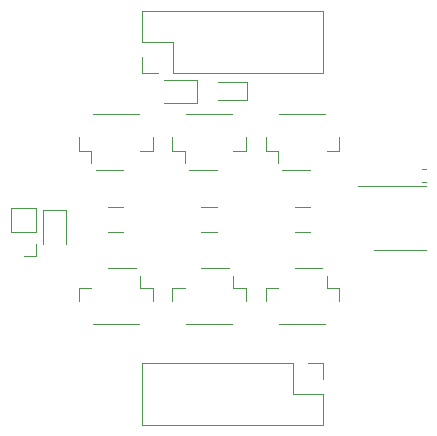
<source format=gbr>
%TF.GenerationSoftware,KiCad,Pcbnew,7.0.5*%
%TF.CreationDate,2023-06-05T00:45:25-04:00*%
%TF.ProjectId,BURNING_R,4255524e-494e-4475-9f52-2e6b69636164,rev?*%
%TF.SameCoordinates,Original*%
%TF.FileFunction,Legend,Top*%
%TF.FilePolarity,Positive*%
%FSLAX46Y46*%
G04 Gerber Fmt 4.6, Leading zero omitted, Abs format (unit mm)*
G04 Created by KiCad (PCBNEW 7.0.5) date 2023-06-05 00:45:25*
%MOMM*%
%LPD*%
G01*
G04 APERTURE LIST*
%ADD10C,0.120000*%
G04 APERTURE END LIST*
D10*
%TO.C,Q5*%
X148147500Y-96038621D02*
X146472500Y-96038621D01*
X148147500Y-96038621D02*
X148797500Y-96038621D01*
X148147500Y-99158621D02*
X147497500Y-99158621D01*
X148147500Y-99158621D02*
X148797500Y-99158621D01*
%TO.C,J3*%
X143370000Y-107138621D02*
X143370000Y-105988621D01*
X143370000Y-105988621D02*
X142320000Y-105988621D01*
X142320000Y-105988621D02*
X142320000Y-104998621D01*
X142200000Y-109108621D02*
X138320000Y-109108621D01*
X137150000Y-107138621D02*
X137150000Y-105988621D01*
X137150000Y-105988621D02*
X138200000Y-105988621D01*
%TO.C,C2*%
X166506267Y-97008621D02*
X166213733Y-97008621D01*
X166506267Y-95988621D02*
X166213733Y-95988621D01*
%TO.C,Q3*%
X156060000Y-104358621D02*
X157735000Y-104358621D01*
X156060000Y-104358621D02*
X155410000Y-104358621D01*
X156060000Y-101238621D02*
X156710000Y-101238621D01*
X156060000Y-101238621D02*
X155410000Y-101238621D01*
%TO.C,D1*%
X151400000Y-90073621D02*
X151400000Y-88603621D01*
X151400000Y-88603621D02*
X148940000Y-88603621D01*
X148940000Y-90073621D02*
X151400000Y-90073621D01*
%TO.C,Q4*%
X140247500Y-96038621D02*
X138572500Y-96038621D01*
X140247500Y-96038621D02*
X140897500Y-96038621D01*
X140247500Y-99158621D02*
X139597500Y-99158621D01*
X140247500Y-99158621D02*
X140897500Y-99158621D01*
%TO.C,J1*%
X142480000Y-87795599D02*
X142480000Y-86465599D01*
X143810000Y-87795599D02*
X142480000Y-87795599D01*
X145080000Y-87795599D02*
X157840000Y-87795599D01*
X145080000Y-87795599D02*
X145080000Y-85195599D01*
X157840000Y-87795599D02*
X157840000Y-82595599D01*
X142480000Y-85195599D02*
X142480000Y-82595599D01*
X145080000Y-85195599D02*
X142480000Y-85195599D01*
X142480000Y-82595599D02*
X157840000Y-82595599D01*
%TO.C,J5*%
X159170000Y-107138621D02*
X159170000Y-105988621D01*
X159170000Y-105988621D02*
X158120000Y-105988621D01*
X158120000Y-105988621D02*
X158120000Y-104998621D01*
X158000000Y-109108621D02*
X154120000Y-109108621D01*
X152950000Y-107138621D02*
X152950000Y-105988621D01*
X152950000Y-105988621D02*
X154000000Y-105988621D01*
%TO.C,C3*%
X136020000Y-99438621D02*
X134100000Y-99438621D01*
X134100000Y-99438621D02*
X134100000Y-102298621D01*
X136020000Y-102298621D02*
X136020000Y-99438621D01*
%TO.C,J8*%
X152950000Y-93258621D02*
X152950000Y-94408621D01*
X152950000Y-94408621D02*
X154000000Y-94408621D01*
X154000000Y-94408621D02*
X154000000Y-95398621D01*
X154120000Y-91288621D02*
X158000000Y-91288621D01*
X159170000Y-93258621D02*
X159170000Y-94408621D01*
X159170000Y-94408621D02*
X158120000Y-94408621D01*
%TO.C,C1*%
X147170000Y-90358621D02*
X147170000Y-88438621D01*
X147170000Y-88438621D02*
X144310000Y-88438621D01*
X144310000Y-90358621D02*
X147170000Y-90358621D01*
%TO.C,J6*%
X137150000Y-93258621D02*
X137150000Y-94408621D01*
X137150000Y-94408621D02*
X138200000Y-94408621D01*
X138200000Y-94408621D02*
X138200000Y-95398621D01*
X138320000Y-91288621D02*
X142200000Y-91288621D01*
X143370000Y-93258621D02*
X143370000Y-94408621D01*
X143370000Y-94408621D02*
X142320000Y-94408621D01*
%TO.C,J2*%
X157840000Y-112413621D02*
X157840000Y-113743621D01*
X156510000Y-112413621D02*
X157840000Y-112413621D01*
X155240000Y-112413621D02*
X142480000Y-112413621D01*
X155240000Y-112413621D02*
X155240000Y-115013621D01*
X142480000Y-112413621D02*
X142480000Y-117613621D01*
X157840000Y-115013621D02*
X157840000Y-117613621D01*
X155240000Y-115013621D02*
X157840000Y-115013621D01*
X157840000Y-117613621D02*
X142480000Y-117613621D01*
%TO.C,Q1*%
X140260000Y-104358621D02*
X141935000Y-104358621D01*
X140260000Y-104358621D02*
X139610000Y-104358621D01*
X140260000Y-101238621D02*
X140910000Y-101238621D01*
X140260000Y-101238621D02*
X139610000Y-101238621D01*
%TO.C,J9*%
X133520000Y-103336121D02*
X132460000Y-103336121D01*
X133520000Y-102276121D02*
X133520000Y-103336121D01*
X133520000Y-101276121D02*
X133520000Y-99216121D01*
X133520000Y-101276121D02*
X131400000Y-101276121D01*
X133520000Y-99216121D02*
X131400000Y-99216121D01*
X131400000Y-101276121D02*
X131400000Y-99216121D01*
%TO.C,U1*%
X164360000Y-97363621D02*
X160760000Y-97363621D01*
X164360000Y-97363621D02*
X166560000Y-97363621D01*
X164360000Y-102833621D02*
X162160000Y-102833621D01*
X164360000Y-102833621D02*
X166560000Y-102833621D01*
%TO.C,Q6*%
X156047500Y-96038621D02*
X154372500Y-96038621D01*
X156047500Y-96038621D02*
X156697500Y-96038621D01*
X156047500Y-99158621D02*
X155397500Y-99158621D01*
X156047500Y-99158621D02*
X156697500Y-99158621D01*
%TO.C,J4*%
X151270000Y-107138621D02*
X151270000Y-105988621D01*
X151270000Y-105988621D02*
X150220000Y-105988621D01*
X150220000Y-105988621D02*
X150220000Y-104998621D01*
X150100000Y-109108621D02*
X146220000Y-109108621D01*
X145050000Y-107138621D02*
X145050000Y-105988621D01*
X145050000Y-105988621D02*
X146100000Y-105988621D01*
%TO.C,J7*%
X145050000Y-93258621D02*
X145050000Y-94408621D01*
X145050000Y-94408621D02*
X146100000Y-94408621D01*
X146100000Y-94408621D02*
X146100000Y-95398621D01*
X146220000Y-91288621D02*
X150100000Y-91288621D01*
X151270000Y-93258621D02*
X151270000Y-94408621D01*
X151270000Y-94408621D02*
X150220000Y-94408621D01*
%TO.C,Q2*%
X148160000Y-104358621D02*
X149835000Y-104358621D01*
X148160000Y-104358621D02*
X147510000Y-104358621D01*
X148160000Y-101238621D02*
X148810000Y-101238621D01*
X148160000Y-101238621D02*
X147510000Y-101238621D01*
%TD*%
M02*

</source>
